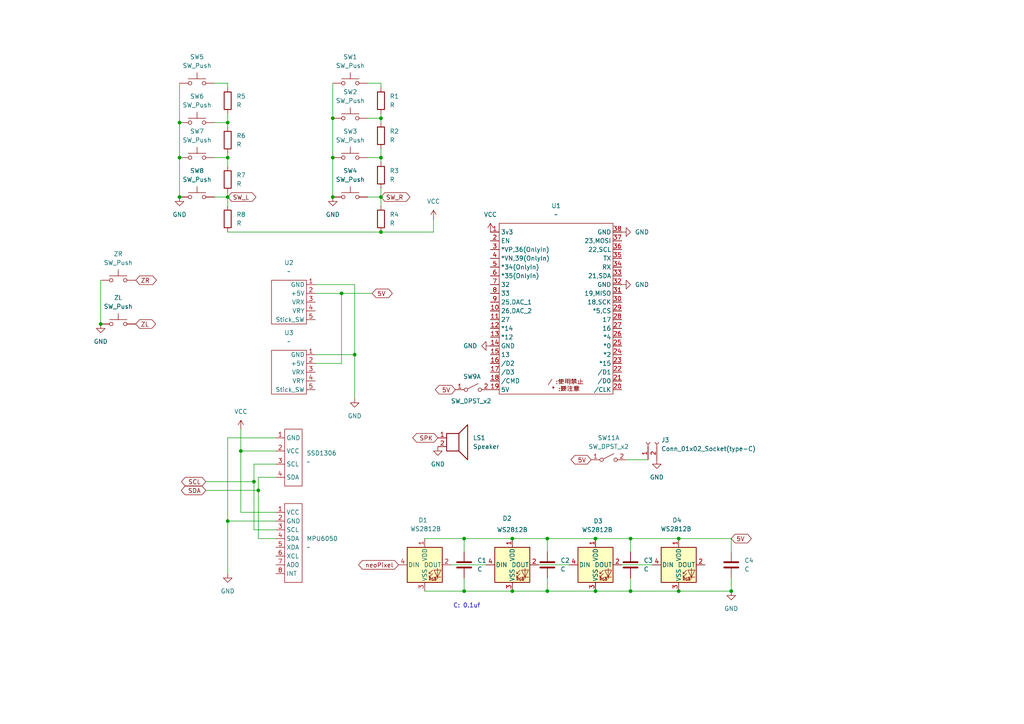
<source format=kicad_sch>
(kicad_sch (version 20250114) (generator "eeschema") (generator_version "9.0")
  (paper "A4")
  (lib_symbols
    (symbol "Connector:Conn_01x02_Socket" (pin_names (offset 1.016) (hide yes))
      (property "Reference" "J" (at 0 2.54 0))
      (property "Value" "Conn_01x02_Socket" (at 0 -5.08 0))
      (symbol "Conn_01x02_Socket_1_1"
        (polyline (pts (xy -1.27 0) (xy -0.508 0)) (stroke (width 0.1524)))
        (polyline (pts (xy -1.27 -2.54) (xy -0.508 -2.54)) (stroke (width 0.1524)))
        (arc (start 0 -0.508) (mid -0.5058 0) (end 0 0.508) (stroke (width 0.1524)))
        (arc (start 0 -3.048) (mid -0.5058 -2.54) (end 0 -2.032) (stroke (width 0.1524)))
        (pin passive line (at -5.08 0 0) (length 3.81) (name "Pin_1") (number "1"))
        (pin passive line (at -5.08 -2.54 0) (length 3.81) (name "Pin_2") (number "2"))
      )
    )
    (symbol "Device:C" (pin_numbers (hide yes)) (pin_names (offset 0.254))
      (property "Reference" "C" (at 0.635 2.54 0))
      (property "Value" "C" (at 0.635 -2.54 0))
      (symbol "C_0_1"
        (polyline (pts (xy -2.032 0.762) (xy 2.032 0.762)) (stroke (width 0.508)))
        (polyline (pts (xy -2.032 -0.762) (xy 2.032 -0.762)) (stroke (width 0.508)))
      )
      (symbol "C_1_1"
        (pin passive line (at 0 3.81 270) (length 2.794) (name "~") (number "1"))
        (pin passive line (at 0 -3.81 90) (length 2.794) (name "~") (number "2"))
      )
    )
    (symbol "Device:R" (pin_numbers (hide yes)) (pin_names (offset 0))
      (property "Reference" "R" (at 2.032 0 90))
      (property "Value" "R" (at 0 0 90))
      (symbol "R_0_1"
        (rectangle (start -1.016 -2.54) (end 1.016 2.54) (stroke (width 0.254)))
      )
      (symbol "R_1_1"
        (pin passive line (at 0 3.81 270) (length 1.27) (name "~") (number "1"))
        (pin passive line (at 0 -3.81 90) (length 1.27) (name "~") (number "2"))
      )
    )
    (symbol "Device:Speaker" (pin_names (offset 0) (hide yes))
      (property "Reference" "LS" (at 1.27 5.715 0))
      (property "Value" "Speaker" (at 1.27 3.81 0))
      (symbol "Speaker_0_0"
        (rectangle (start -2.54 1.27) (end 1.016 -3.81) (stroke (width 0.254)))
        (polyline (pts (xy 1.016 1.27) (xy 3.556 3.81) (xy 3.556 -6.35) (xy 1.016 -3.81)) (stroke (width 0.254)))
      )
      (symbol "Speaker_1_1"
        (pin input line (at -5.08 0 0) (length 2.54) (name "1") (number "1"))
        (pin input line (at -5.08 -2.54 0) (length 2.54) (name "2") (number "2"))
      )
    )
    (symbol "ESP32_devModule:ESP32"
      (property "Reference" "U" (at 0 30.988 0))
      (symbol "ESP32_0_1"
        (rectangle (start -16.51 25.4) (end 16.51 -24.13))
      )
      (symbol "ESP32_1_1"
        (text "/ :使用禁止\n* :要注意" (at 2.794 -21.59 0) (effects (font (size 1.27 1.27))))
        (pin bidirectional line (at -19.05 22.86 0) (length 2.54) (name "3v3") (number "1"))
        (pin bidirectional line (at -19.05 20.32 0) (length 2.54) (name "EN") (number "2"))
        (pin bidirectional line (at -19.05 17.78 0) (length 2.54) (name "*VP,36(OnlyIn)") (number "3"))
        (pin bidirectional line (at -19.05 15.24 0) (length 2.54) (name "*VN,39(OnlyIn)") (number "4"))
        (pin bidirectional line (at -19.05 12.7 0) (length 2.54) (name "*34(OnlyIn)") (number "5"))
        (pin bidirectional line (at -19.05 10.16 0) (length 2.54) (name "*35(OnlyIn)") (number "6"))
        (pin bidirectional line (at -19.05 7.62 0) (length 2.54) (name "32") (number "7"))
        (pin bidirectional line (at -19.05 5.08 0) (length 2.54) (name "33") (number "8"))
        (pin bidirectional line (at -19.05 2.54 0) (length 2.54) (name "25,DAC_1") (number "9"))
        (pin bidirectional line (at -19.05 0 0) (length 2.54) (name "26,DAC_2") (number "10"))
        (pin bidirectional line (at -19.05 -2.54 0) (length 2.54) (name "27") (number "11"))
        (pin bidirectional line (at -19.05 -5.08 0) (length 2.54) (name "*14") (number "12"))
        (pin bidirectional line (at -19.05 -7.62 0) (length 2.54) (name "*12") (number "13"))
        (pin bidirectional line (at -19.05 -10.16 0) (length 2.54) (name "GND") (number "14"))
        (pin bidirectional line (at -19.05 -12.7 0) (length 2.54) (name "13") (number "15"))
        (pin bidirectional line (at -19.05 -15.24 0) (length 2.54) (name "/D2") (number "16"))
        (pin bidirectional line (at -19.05 -17.78 0) (length 2.54) (name "/D3") (number "17"))
        (pin bidirectional line (at -19.05 -20.32 0) (length 2.54) (name "/CMD") (number "18"))
        (pin bidirectional line (at -19.05 -22.86 0) (length 2.54) (name "5V") (number "19"))
        (pin bidirectional line (at 19.05 22.86 180) (length 2.54) (name "GND") (number "38"))
        (pin bidirectional line (at 19.05 20.32 180) (length 2.54) (name "23,MOSI") (number "37"))
        (pin bidirectional line (at 19.05 17.78 180) (length 2.54) (name "22,SCL") (number "36"))
        (pin bidirectional line (at 19.05 15.24 180) (length 2.54) (name "TX") (number "35"))
        (pin bidirectional line (at 19.05 12.7 180) (length 2.54) (name "RX") (number "34"))
        (pin bidirectional line (at 19.05 10.16 180) (length 2.54) (name "21,SDA") (number "33"))
        (pin bidirectional line (at 19.05 7.62 180) (length 2.54) (name "GND") (number "32"))
        (pin bidirectional line (at 19.05 5.08 180) (length 2.54) (name "19,MISO") (number "31"))
        (pin bidirectional line (at 19.05 2.54 180) (length 2.54) (name "18,SCK") (number "30"))
        (pin bidirectional line (at 19.05 0 180) (length 2.54) (name "*5,CS") (number "29"))
        (pin bidirectional line (at 19.05 -2.54 180) (length 2.54) (name "17") (number "28"))
        (pin bidirectional line (at 19.05 -5.08 180) (length 2.54) (name "16") (number "27"))
        (pin bidirectional line (at 19.05 -7.62 180) (length 2.54) (name "*4") (number "26"))
        (pin bidirectional line (at 19.05 -10.16 180) (length 2.54) (name "*0") (number "25"))
        (pin bidirectional line (at 19.05 -12.7 180) (length 2.54) (name "*2") (number "24"))
        (pin bidirectional line (at 19.05 -15.24 180) (length 2.54) (name "*15") (number "23"))
        (pin bidirectional line (at 19.05 -17.78 180) (length 2.54) (name "/D1") (number "22"))
        (pin bidirectional line (at 19.05 -20.32 180) (length 2.54) (name "/D0") (number "21"))
        (pin bidirectional line (at 19.05 -22.86 180) (length 2.54) (name "/CLK") (number "20"))
      )
    )
    (symbol "LED:WS2812B" (pin_names (offset 0.254))
      (property "Reference" "D" (at 5.08 5.715 0))
      (property "Value" "WS2812B" (at 1.27 -5.715 0))
      (symbol "WS2812B_0_0"
        (text "RGB" (at 2.286 -4.191 0) (effects (font (size 0.762 0.762))))
      )
      (symbol "WS2812B_0_1"
        (polyline (pts (xy 1.27 -2.54) (xy 1.778 -2.54)))
        (polyline (pts (xy 1.27 -3.556) (xy 1.778 -3.556)))
        (polyline (pts (xy 2.286 -1.524) (xy 1.27 -2.54) (xy 1.27 -2.032)))
        (polyline (pts (xy 2.286 -2.54) (xy 1.27 -3.556) (xy 1.27 -3.048)))
        (polyline (pts (xy 3.683 -1.016) (xy 3.683 -3.556) (xy 3.683 -4.064)))
        (polyline (pts (xy 4.699 -1.524) (xy 2.667 -1.524) (xy 3.683 -3.556) (xy 4.699 -1.524)))
        (polyline (pts (xy 4.699 -3.556) (xy 2.667 -3.556)))
        (rectangle (start 5.08 5.08) (end -5.08 -5.08) (stroke (width 0.254)) (fill (type background)))
      )
      (symbol "WS2812B_1_1"
        (pin input line (at -7.62 0 0) (length 2.54) (name "DIN") (number "4"))
        (pin power_in line (at 0 7.62 270) (length 2.54) (name "VDD") (number "1"))
        (pin power_in line (at 0 -7.62 90) (length 2.54) (name "VSS") (number "3"))
        (pin output line (at 7.62 0 180) (length 2.54) (name "DOUT") (number "2"))
      )
    )
    (symbol "MPU6050:MPU6050"
      (property "Reference" "U" (at 0 5.842 0))
      (symbol "MPU6050_0_1"
        (polyline (pts (xy -11.43 0) (xy 11.43 0) (xy 11.43 5.08) (xy -11.43 5.08) (xy -11.43 0)))
      )
      (symbol "MPU6050_1_1"
        (pin bidirectional line (at -8.89 -2.54 90) (length 2.54) (name "VCC") (number "1"))
        (pin bidirectional line (at -6.35 -2.54 90) (length 2.54) (name "GND") (number "2"))
        (pin bidirectional line (at -3.81 -2.54 90) (length 2.54) (name "SCL") (number "3"))
        (pin bidirectional line (at -1.27 -2.54 90) (length 2.54) (name "SDA") (number "4"))
        (pin bidirectional line (at 1.27 -2.54 90) (length 2.54) (name "XDA") (number "5"))
        (pin bidirectional line (at 3.81 -2.54 90) (length 2.54) (name "XCL") (number "6"))
        (pin bidirectional line (at 6.35 -2.54 90) (length 2.54) (name "AD0") (number "7"))
        (pin bidirectional line (at 8.89 -2.54 90) (length 2.54) (name "INT") (number "8"))
      )
    )
    (symbol "Stick:Stick"
      (property "Reference" "U" (at 0 2.54 0))
      (symbol "Stick_0_1"
        (polyline (pts (xy 0 -1.27) (xy 0 0) (xy -10.16 0) (xy -10.16 -12.7) (xy 0 -12.7) (xy 0 -1.27)))
      )
      (symbol "Stick_1_1"
        (pin bidirectional line (at 2.54 -1.27 180) (length 2.54) (name "GND") (number "1"))
        (pin bidirectional line (at 2.54 -3.81 180) (length 2.54) (name "+5V") (number "2"))
        (pin bidirectional line (at 2.54 -6.35 180) (length 2.54) (name "VRX") (number "3"))
        (pin bidirectional line (at 2.54 -8.89 180) (length 2.54) (name "VRY") (number "4"))
        (pin bidirectional line (at 2.54 -11.43 180) (length 2.54) (name "Stick_SW") (number "5"))
      )
    )
    (symbol "Switch:SW_DPST_x2" (pin_names (offset 0) (hide yes))
      (property "Reference" "SW" (at 0 3.175 0))
      (property "Value" "SW_DPST_x2" (at 0 -2.54 0))
      (symbol "SW_DPST_x2_0_0"
        (circle (center -2.032 0) (radius 0.508))
        (polyline (pts (xy -1.524 0.254) (xy 1.524 1.778)))
        (circle (center 2.032 0) (radius 0.508))
      )
      (symbol "SW_DPST_x2_1_1"
        (pin passive line (at -5.08 0 0) (length 2.54) (name "A") (number "1"))
        (pin passive line (at 5.08 0 180) (length 2.54) (name "B") (number "2"))
      )
      (symbol "SW_DPST_x2_2_1"
        (pin passive line (at -5.08 0 0) (length 2.54) (name "A") (number "3"))
        (pin passive line (at 5.08 0 180) (length 2.54) (name "B") (number "4"))
      )
    )
    (symbol "Switch:SW_Push" (pin_numbers (hide yes)) (pin_names (offset 1.016) (hide yes))
      (property "Reference" "SW" (at 1.27 2.54 0))
      (property "Value" "SW_Push" (at 0 -1.524 0))
      (symbol "SW_Push_0_1"
        (circle (center -2.032 0) (radius 0.508))
        (polyline (pts (xy 0 1.27) (xy 0 3.048)))
        (circle (center 2.032 0) (radius 0.508))
        (polyline (pts (xy 2.54 1.27) (xy -2.54 1.27)))
        (pin passive line (at -5.08 0 0) (length 2.54) (name "1") (number "1"))
        (pin passive line (at 5.08 0 180) (length 2.54) (name "2") (number "2"))
      )
    )
    (symbol "displays:ssd1306"
      (property "Reference" "U" (at -0.254 3.048 0))
      (symbol "ssd1306_0_1"
        (polyline (pts (xy -6.35 -3.81) (xy 8.89 -3.81) (xy 8.89 1.27) (xy -6.35 1.27) (xy -7.62 1.27) (xy -7.62 -3.81) (xy -6.35 -3.81)))
      )
      (symbol "ssd1306_1_1"
        (pin bidirectional line (at -5.08 -6.35 90) (length 2.54) (name "GND") (number "1"))
        (pin bidirectional line (at -1.27 -6.35 90) (length 2.54) (name "VCC") (number "2"))
        (pin bidirectional line (at 2.54 -6.35 90) (length 2.54) (name "SCL") (number "3"))
        (pin bidirectional line (at 6.35 -6.35 90) (length 2.54) (name "SDA") (number "４"))
      )
    )
    (symbol "power:GND" (power) (pin_numbers (hide yes)) (pin_names (offset 0) (hide yes))
      (property "Value" "GND" (at 0 -3.81 0))
      (symbol "GND_0_1"
        (polyline (pts (xy 0 0) (xy 0 -1.27) (xy 1.27 -1.27) (xy 0 -2.54) (xy -1.27 -1.27) (xy 0 -1.27)))
      )
      (symbol "GND_1_1"
        (pin power_in line (at 0 0 270) (length 0) (name "~") (number "1"))
      )
    )
    (symbol "power:VCC" (power) (pin_numbers (hide yes)) (pin_names (offset 0) (hide yes))
      (property "Value" "VCC" (at 0 3.556 0))
      (symbol "VCC_0_1"
        (polyline (pts (xy -0.762 1.27) (xy 0 2.54)))
        (polyline (pts (xy 0 2.54) (xy 0.762 1.27)))
        (polyline (pts (xy 0 0) (xy 0 2.54)))
      )
      (symbol "VCC_1_1"
        (pin power_in line (at 0 0 90) (length 0) (name "~") (number "1"))
      )
    )
  )
  (text "C: 0.1uf\n" (at 135.382 175.768 0) (effects (font (size 1.27 1.27))))
  (junction (at 172.72 171.45))
  (junction (at 73.66 139.7))
  (junction (at 52.07 45.72))
  (junction (at 148.59 171.45))
  (junction (at 110.49 67.31))
  (junction (at 52.07 57.15))
  (junction (at 102.87 102.87))
  (junction (at 212.09 171.45))
  (junction (at 110.49 45.72))
  (junction (at 66.04 45.72))
  (junction (at 148.59 156.21))
  (junction (at 74.93 142.24))
  (junction (at 196.85 171.45))
  (junction (at 66.04 35.56))
  (junction (at 52.07 35.56))
  (junction (at 66.04 57.15))
  (junction (at 158.75 171.45))
  (junction (at 110.49 34.29))
  (junction (at 96.52 34.29))
  (junction (at 134.62 171.45))
  (junction (at 182.88 171.45))
  (junction (at 172.72 156.21))
  (junction (at 134.62 156.21))
  (junction (at 110.49 57.15))
  (junction (at 29.21 93.98))
  (junction (at 99.06 85.09))
  (junction (at 96.52 45.72))
  (junction (at 182.88 156.21))
  (junction (at 196.85 156.21))
  (junction (at 66.04 151.13))
  (junction (at 96.52 57.15))
  (junction (at 158.75 156.21))
  (junction (at 69.85 130.81))
  (wire (pts (xy 66.04 57.15) (xy 66.04 59.69)))
  (wire (pts (xy 182.88 156.21) (xy 182.88 160.02)))
  (wire (pts (xy 110.49 57.15) (xy 110.49 54.61)))
  (wire (pts (xy 102.87 82.55) (xy 102.87 102.87)))
  (wire (pts (xy 134.62 156.21) (xy 134.62 160.02)))
  (wire (pts (xy 66.04 55.88) (xy 66.04 57.15)))
  (wire (pts (xy 91.44 82.55) (xy 102.87 82.55)))
  (wire (pts (xy 74.93 138.43) (xy 80.01 138.43)))
  (wire (pts (xy 125.73 63.5) (xy 125.73 67.31)))
  (wire (pts (xy 181.61 133.35) (xy 187.96 133.35)))
  (wire (pts (xy 91.44 85.09) (xy 99.06 85.09)))
  (wire (pts (xy 66.04 33.02) (xy 66.04 35.56)))
  (wire (pts (xy 148.59 171.45) (xy 158.75 171.45)))
  (wire (pts (xy 62.23 24.13) (xy 66.04 24.13)))
  (wire (pts (xy 123.19 171.45) (xy 134.62 171.45)))
  (wire (pts (xy 80.01 130.81) (xy 69.85 130.81)))
  (wire (pts (xy 96.52 45.72) (xy 96.52 57.15)))
  (wire (pts (xy 59.69 142.24) (xy 74.93 142.24)))
  (wire (pts (xy 156.21 163.83) (xy 165.1 163.83)))
  (wire (pts (xy 66.04 24.13) (xy 66.04 25.4)))
  (wire (pts (xy 74.93 156.21) (xy 74.93 142.24)))
  (wire (pts (xy 134.62 171.45) (xy 148.59 171.45)))
  (wire (pts (xy 182.88 167.64) (xy 182.88 171.45)))
  (wire (pts (xy 52.07 24.13) (xy 52.07 35.56)))
  (wire (pts (xy 62.23 45.72) (xy 66.04 45.72)))
  (wire (pts (xy 52.07 45.72) (xy 52.07 57.15)))
  (wire (pts (xy 110.49 67.31) (xy 125.73 67.31)))
  (wire (pts (xy 96.52 34.29) (xy 96.52 45.72)))
  (wire (pts (xy 158.75 156.21) (xy 158.75 160.02)))
  (wire (pts (xy 73.66 134.62) (xy 73.66 139.7)))
  (wire (pts (xy 158.75 167.64) (xy 158.75 171.45)))
  (wire (pts (xy 52.07 35.56) (xy 52.07 45.72)))
  (wire (pts (xy 62.23 57.15) (xy 66.04 57.15)))
  (wire (pts (xy 212.09 171.45) (xy 196.85 171.45)))
  (wire (pts (xy 99.06 85.09) (xy 107.95 85.09)))
  (wire (pts (xy 66.04 45.72) (xy 66.04 48.26)))
  (wire (pts (xy 134.62 167.64) (xy 134.62 171.45)))
  (wire (pts (xy 182.88 156.21) (xy 196.85 156.21)))
  (wire (pts (xy 106.68 24.13) (xy 110.49 24.13)))
  (wire (pts (xy 73.66 139.7) (xy 73.66 153.67)))
  (wire (pts (xy 80.01 127) (xy 66.04 127)))
  (wire (pts (xy 66.04 151.13) (xy 80.01 151.13)))
  (wire (pts (xy 66.04 35.56) (xy 66.04 36.83)))
  (wire (pts (xy 180.34 163.83) (xy 189.23 163.83)))
  (wire (pts (xy 69.85 130.81) (xy 69.85 124.46)))
  (wire (pts (xy 106.68 34.29) (xy 110.49 34.29)))
  (wire (pts (xy 182.88 171.45) (xy 196.85 171.45)))
  (wire (pts (xy 106.68 45.72) (xy 110.49 45.72)))
  (wire (pts (xy 134.62 156.21) (xy 148.59 156.21)))
  (wire (pts (xy 158.75 171.45) (xy 172.72 171.45)))
  (wire (pts (xy 80.01 156.21) (xy 74.93 156.21)))
  (wire (pts (xy 91.44 102.87) (xy 102.87 102.87)))
  (wire (pts (xy 123.19 156.21) (xy 134.62 156.21)))
  (wire (pts (xy 80.01 134.62) (xy 73.66 134.62)))
  (wire (pts (xy 110.49 57.15) (xy 110.49 59.69)))
  (wire (pts (xy 66.04 166.37) (xy 66.04 151.13)))
  (wire (pts (xy 73.66 153.67) (xy 80.01 153.67)))
  (wire (pts (xy 106.68 57.15) (xy 110.49 57.15)))
  (wire (pts (xy 212.09 167.64) (xy 212.09 171.45)))
  (wire (pts (xy 96.52 24.13) (xy 96.52 34.29)))
  (wire (pts (xy 110.49 24.13) (xy 110.49 25.4)))
  (wire (pts (xy 59.69 139.7) (xy 73.66 139.7)))
  (wire (pts (xy 66.04 67.31) (xy 110.49 67.31)))
  (wire (pts (xy 110.49 34.29) (xy 110.49 35.56)))
  (wire (pts (xy 110.49 45.72) (xy 110.49 46.99)))
  (wire (pts (xy 102.87 102.87) (xy 102.87 115.57)))
  (wire (pts (xy 110.49 43.18) (xy 110.49 45.72)))
  (wire (pts (xy 110.49 33.02) (xy 110.49 34.29)))
  (wire (pts (xy 66.04 44.45) (xy 66.04 45.72)))
  (wire (pts (xy 212.09 160.02) (xy 212.09 156.21)))
  (wire (pts (xy 130.81 163.83) (xy 140.97 163.83)))
  (wire (pts (xy 158.75 156.21) (xy 172.72 156.21)))
  (wire (pts (xy 212.09 156.21) (xy 196.85 156.21)))
  (wire (pts (xy 74.93 142.24) (xy 74.93 138.43)))
  (wire (pts (xy 148.59 156.21) (xy 158.75 156.21)))
  (wire (pts (xy 62.23 35.56) (xy 66.04 35.56)))
  (wire (pts (xy 29.21 81.28) (xy 29.21 93.98)))
  (wire (pts (xy 99.06 85.09) (xy 99.06 105.41)))
  (wire (pts (xy 66.04 127) (xy 66.04 151.13)))
  (wire (pts (xy 172.72 171.45) (xy 182.88 171.45)))
  (wire (pts (xy 99.06 105.41) (xy 91.44 105.41)))
  (wire (pts (xy 69.85 148.59) (xy 80.01 148.59)))
  (wire (pts (xy 172.72 156.21) (xy 182.88 156.21)))
  (wire (pts (xy 69.85 130.81) (xy 69.85 148.59)))
  (global_label "SW_R" (shape bidirectional) (at 110.49 57.15 0) (property "Intersheetrefs" "${INTERSHEET_REFS}" (effects (hide yes))))
  (global_label "SDA" (shape bidirectional) (at 59.69 142.24 180) (property "Intersheetrefs" "${INTERSHEET_REFS}" (effects (hide yes))))
  (global_label "SCL" (shape bidirectional) (at 59.69 139.7 180) (property "Intersheetrefs" "${INTERSHEET_REFS}" (effects (hide yes))))
  (global_label "5V" (shape bidirectional) (at 212.09 156.21 0) (property "Intersheetrefs" "${INTERSHEET_REFS}" (effects (hide yes))))
  (global_label "neoPixel" (shape bidirectional) (at 115.57 163.83 180) (property "Intersheetrefs" "${INTERSHEET_REFS}" (effects (hide yes))))
  (global_label "ZL" (shape bidirectional) (at 39.37 93.98 0) (property "Intersheetrefs" "${INTERSHEET_REFS}" (effects (hide yes))))
  (global_label "ZR" (shape bidirectional) (at 39.37 81.28 0) (property "Intersheetrefs" "${INTERSHEET_REFS}" (effects (hide yes))))
  (global_label "SW_L" (shape bidirectional) (at 66.04 57.15 0) (property "Intersheetrefs" "${INTERSHEET_REFS}" (effects (hide yes))))
  (global_label "5V" (shape bidirectional) (at 107.95 85.09 0) (property "Intersheetrefs" "${INTERSHEET_REFS}" (effects (hide yes))))
  (global_label "5V" (shape bidirectional) (at 171.45 133.35 180) (property "Intersheetrefs" "${INTERSHEET_REFS}" (effects (hide yes))))
  (global_label "5V" (shape bidirectional) (at 132.08 113.03 180) (property "Intersheetrefs" "${INTERSHEET_REFS}" (effects (hide yes))))
  (global_label "SPK" (shape bidirectional) (at 127 127 180) (property "Intersheetrefs" "${INTERSHEET_REFS}" (effects (hide yes))))
  (symbol (lib_id "Switch:SW_DPST_x2") (at 137.16 113.03 0) (unit 1)
    (property "Reference" "SW9" (at 136.906 109.22 0))
    (property "Value" "SW_DPST_x2" (at 136.652 116.332 0))
    (property "Description" "Single Pole Single Throw (SPST) switch, separate symbol" (effects (hide yes)))
  )
  (symbol (lib_id "power:GND") (at 190.5 133.35 0) (unit 1)
    (property "Reference" "#PWR08" (effects (hide yes)))
    (property "Value" "GND" (at 190.5 138.43 0))
    (property "Description" "Power symbol creates a global label with name \"GND\" , ground" (effects (hide yes)))
  )
  (symbol (lib_id "power:VCC") (at 142.24 67.31 0) (unit 1)
    (property "Reference" "#PWR011" (effects (hide yes)))
    (property "Value" "VCC" (at 142.24 62.23 0))
    (property "Description" "Power symbol creates a global label with name \"VCC\"" (effects (hide yes)))
  )
  (symbol (lib_id "Device:R") (at 110.49 39.37 180) (unit 1)
    (property "Reference" "R2" (at 113.03 38.0999 0) (effects (justify right)))
    (property "Value" "R" (at 113.03 40.6399 0) (effects (justify right)))
    (property "Description" "Resistor" (effects (hide yes)))
  )
  (symbol (lib_id "Device:R") (at 66.04 52.07 0) (unit 1)
    (property "Reference" "R7" (at 68.58 50.7999 0) (effects (justify left)))
    (property "Value" "R" (at 68.58 53.3399 0) (effects (justify left)))
    (property "Description" "Resistor" (effects (hide yes)))
  )
  (symbol (lib_id "Switch:SW_Push") (at 101.6 57.15 0) (unit 1)
    (property "Reference" "SW4" (at 101.6 49.53 0))
    (property "Value" "SW_Push" (at 101.6 52.07 0))
    (property "Description" "Push button switch, generic, two pins" (effects (hide yes)))
  )
  (symbol (lib_id "LED:WS2812B") (at 172.72 163.83 0) (unit 1)
    (property "Reference" "D3" (at 173.482 151.13 0))
    (property "Value" "WS2812B" (at 173.228 153.67 0))
    (property "Footprint" "LED_SMD:LED_WS2812B_PLCC4_5.0x5.0mm_P3.2mm" (effects (hide yes)))
    (property "Datasheet" "https://cdn-shop.adafruit.com/datasheets/WS2812B.pdf" (effects (hide yes)))
    (property "Description" "RGB LED with integrated controller" (effects (hide yes)))
  )
  (symbol (lib_id "LED:WS2812B") (at 196.85 163.83 0) (unit 1)
    (property "Reference" "D4" (at 196.342 150.876 0))
    (property "Value" "WS2812B" (at 196.088 153.416 0))
    (property "Footprint" "LED_SMD:LED_WS2812B_PLCC4_5.0x5.0mm_P3.2mm" (effects (hide yes)))
    (property "Datasheet" "https://cdn-shop.adafruit.com/datasheets/WS2812B.pdf" (effects (hide yes)))
    (property "Description" "RGB LED with integrated controller" (effects (hide yes)))
  )
  (symbol (lib_id "Device:C") (at 182.88 163.83 0) (unit 1)
    (property "Reference" "C3" (at 186.69 162.5599 0) (effects (justify left)))
    (property "Value" "C" (at 186.69 165.0999 0) (effects (justify left)))
    (property "Description" "Unpolarized capacitor" (effects (hide yes)))
  )
  (symbol (lib_id "LED:WS2812B") (at 148.59 163.83 0) (unit 1)
    (property "Reference" "D2" (at 147.066 150.368 0))
    (property "Value" "WS2812B" (at 148.59 153.67 0))
    (property "Footprint" "LED_SMD:LED_WS2812B_PLCC4_5.0x5.0mm_P3.2mm" (effects (hide yes)))
    (property "Datasheet" "https://cdn-shop.adafruit.com/datasheets/WS2812B.pdf" (effects (hide yes)))
    (property "Description" "RGB LED with integrated controller" (effects (hide yes)))
  )
  (symbol (lib_id "Device:Speaker") (at 132.08 127 0) (unit 1)
    (property "Reference" "LS1" (at 137.16 126.9999 0) (effects (justify left)))
    (property "Value" "Speaker" (at 137.16 129.5399 0) (effects (justify left)))
    (property "Description" "Speaker" (effects (hide yes)))
  )
  (symbol (lib_id "Switch:SW_Push") (at 34.29 93.98 0) (unit 1)
    (property "Reference" "ZL" (at 34.29 86.36 0))
    (property "Value" "SW_Push" (at 34.29 88.9 0))
    (property "Description" "Push button switch, generic, two pins" (effects (hide yes)))
  )
  (symbol (lib_id "MPU6050:MPU6050") (at 82.55 157.48 270) (unit 1)
    (property "Reference" "MPU6050" (at 88.9 156.2099 90) (effects (justify left)))
    (property "Value" "~" (at 88.9 158.7499 90) (effects (justify left)))
  )
  (symbol (lib_id "power:GND") (at 96.52 57.15 0) (unit 1)
    (property "Reference" "#PWR01" (effects (hide yes)))
    (property "Value" "GND" (at 96.52 62.23 0))
    (property "Description" "Power symbol creates a global label with name \"GND\" , ground" (effects (hide yes)))
  )
  (symbol (lib_id "power:VCC") (at 69.85 124.46 0) (unit 1)
    (property "Reference" "#PWR04" (effects (hide yes)))
    (property "Value" "VCC" (at 69.85 119.38 0))
    (property "Description" "Power symbol creates a global label with name \"VCC\"" (effects (hide yes)))
  )
  (symbol (lib_id "power:GND") (at 66.04 166.37 0) (unit 1)
    (property "Reference" "#PWR05" (effects (hide yes)))
    (property "Value" "GND" (at 66.04 171.45 0))
    (property "Description" "Power symbol creates a global label with name \"GND\" , ground" (effects (hide yes)))
  )
  (symbol (lib_id "Switch:SW_Push") (at 101.6 45.72 0) (unit 1)
    (property "Reference" "SW3" (at 101.6 38.1 0))
    (property "Value" "SW_Push" (at 101.6 40.64 0))
    (property "Description" "Push button switch, generic, two pins" (effects (hide yes)))
  )
  (symbol (lib_id "Switch:SW_DPST_x2") (at 176.53 133.35 0) (unit 1)
    (property "Reference" "SW11" (at 176.53 127 0))
    (property "Value" "SW_DPST_x2" (at 176.53 129.54 0))
    (property "Description" "Single Pole Single Throw (SPST) switch, separate symbol" (effects (hide yes)))
  )
  (symbol (lib_id "power:GND") (at 52.07 57.15 0) (unit 1)
    (property "Reference" "#PWR02" (effects (hide yes)))
    (property "Value" "GND" (at 52.07 62.23 0))
    (property "Description" "Power symbol creates a global label with name \"GND\" , ground" (effects (hide yes)))
  )
  (symbol (lib_id "Stick:Stick") (at 88.9 101.6 0) (unit 1)
    (property "Reference" "U3" (at 83.82 96.52 0))
    (property "Value" "~" (at 83.82 99.06 0))
  )
  (symbol (lib_id "power:GND") (at 212.09 171.45 0) (unit 1)
    (property "Reference" "#PWR06" (effects (hide yes)))
    (property "Value" "GND" (at 212.09 176.53 0))
    (property "Description" "Power symbol creates a global label with name \"GND\" , ground" (effects (hide yes)))
  )
  (symbol (lib_id "LED:WS2812B") (at 123.19 163.83 0) (unit 1)
    (property "Reference" "D1" (at 122.682 150.876 0))
    (property "Value" "WS2812B" (at 123.444 153.416 0))
    (property "Footprint" "LED_SMD:LED_WS2812B_PLCC4_5.0x5.0mm_P3.2mm" (effects (hide yes)))
    (property "Datasheet" "https://cdn-shop.adafruit.com/datasheets/WS2812B.pdf" (effects (hide yes)))
    (property "Description" "RGB LED with integrated controller" (effects (hide yes)))
  )
  (symbol (lib_id "power:GND") (at 180.34 82.55 90) (unit 1)
    (property "Reference" "#PWR012" (effects (hide yes)))
    (property "Value" "GND" (at 184.15 82.5499 90) (effects (justify right)))
    (property "Description" "Power symbol creates a global label with name \"GND\" , ground" (effects (hide yes)))
  )
  (symbol (lib_id "Device:R") (at 66.04 40.64 0) (unit 1)
    (property "Reference" "R6" (at 68.58 39.3699 0) (effects (justify left)))
    (property "Value" "R" (at 68.58 41.9099 0) (effects (justify left)))
    (property "Description" "Resistor" (effects (hide yes)))
  )
  (symbol (lib_id "power:GND") (at 180.34 67.31 90) (unit 1)
    (property "Reference" "#PWR013" (effects (hide yes)))
    (property "Value" "GND" (at 184.15 67.3099 90) (effects (justify right)))
    (property "Description" "Power symbol creates a global label with name \"GND\" , ground" (effects (hide yes)))
  )
  (symbol (lib_id "Device:R") (at 110.49 29.21 180) (unit 1)
    (property "Reference" "R1" (at 113.03 27.9399 0) (effects (justify right)))
    (property "Value" "R" (at 113.03 30.4799 0) (effects (justify right)))
    (property "Description" "Resistor" (effects (hide yes)))
  )
  (symbol (lib_id "ESP32_devModule:ESP32") (at 161.29 90.17 0) (unit 1)
    (property "Reference" "U1" (at 161.29 59.69 0))
    (property "Value" "~" (at 161.29 62.23 0))
  )
  (symbol (lib_id "Switch:SW_Push") (at 57.15 57.15 0) (unit 1)
    (property "Reference" "SW8" (at 57.15 49.53 0))
    (property "Value" "SW_Push" (at 57.15 52.07 0))
    (property "Description" "Push button switch, generic, two pins" (effects (hide yes)))
  )
  (symbol (lib_id "Device:R") (at 66.04 63.5 0) (unit 1)
    (property "Reference" "R8" (at 68.58 62.2299 0) (effects (justify left)))
    (property "Value" "R" (at 68.58 64.7699 0) (effects (justify left)))
    (property "Description" "Resistor" (effects (hide yes)))
  )
  (symbol (lib_id "power:GND") (at 102.87 115.57 0) (unit 1)
    (property "Reference" "#PWR07" (effects (hide yes)))
    (property "Value" "GND" (at 102.87 120.65 0))
    (property "Description" "Power symbol creates a global label with name \"GND\" , ground" (effects (hide yes)))
  )
  (symbol (lib_id "Switch:SW_Push") (at 34.29 81.28 0) (unit 1)
    (property "Reference" "ZR" (at 34.29 73.66 0))
    (property "Value" "SW_Push" (at 34.29 76.2 0))
    (property "Description" "Push button switch, generic, two pins" (effects (hide yes)))
  )
  (symbol (lib_id "Switch:SW_Push") (at 101.6 34.29 0) (unit 1)
    (property "Reference" "SW2" (at 101.6 26.67 0))
    (property "Value" "SW_Push" (at 101.6 29.21 0))
    (property "Description" "Push button switch, generic, two pins" (effects (hide yes)))
  )
  (symbol (lib_id "power:GND") (at 142.24 100.33 270) (unit 1)
    (property "Reference" "#PWR014" (effects (hide yes)))
    (property "Value" "GND" (at 138.43 100.3299 90) (effects (justify right)))
    (property "Description" "Power symbol creates a global label with name \"GND\" , ground" (effects (hide yes)))
  )
  (symbol (lib_id "Switch:SW_Push") (at 57.15 24.13 0) (unit 1)
    (property "Reference" "SW5" (at 57.15 16.51 0))
    (property "Value" "SW_Push" (at 57.15 19.05 0))
    (property "Description" "Push button switch, generic, two pins" (effects (hide yes)))
  )
  (symbol (lib_id "Device:R") (at 110.49 50.8 180) (unit 1)
    (property "Reference" "R3" (at 113.03 49.5299 0) (effects (justify right)))
    (property "Value" "R" (at 113.03 52.0699 0) (effects (justify right)))
    (property "Description" "Resistor" (effects (hide yes)))
  )
  (symbol (lib_id "Switch:SW_Push") (at 57.15 45.72 0) (unit 1)
    (property "Reference" "SW7" (at 57.15 38.1 0))
    (property "Value" "SW_Push" (at 57.15 40.64 0))
    (property "Description" "Push button switch, generic, two pins" (effects (hide yes)))
  )
  (symbol (lib_id "Switch:SW_Push") (at 57.15 35.56 0) (unit 1)
    (property "Reference" "SW6" (at 57.15 27.94 0))
    (property "Value" "SW_Push" (at 57.15 30.48 0))
    (property "Description" "Push button switch, generic, two pins" (effects (hide yes)))
  )
  (symbol (lib_id "Device:C") (at 134.62 163.83 0) (unit 1)
    (property "Reference" "C1" (at 138.43 162.5599 0) (effects (justify left)))
    (property "Value" "C" (at 138.43 165.0999 0) (effects (justify left)))
    (property "Description" "Unpolarized capacitor" (effects (hide yes)))
  )
  (symbol (lib_id "Switch:SW_Push") (at 101.6 24.13 0) (unit 1)
    (property "Reference" "SW1" (at 101.6 16.51 0))
    (property "Value" "SW_Push" (at 101.6 19.05 0))
    (property "Description" "Push button switch, generic, two pins" (effects (hide yes)))
  )
  (symbol (lib_id "Device:C") (at 158.75 163.83 0) (unit 1)
    (property "Reference" "C2" (at 162.56 162.5599 0) (effects (justify left)))
    (property "Value" "C" (at 162.56 165.0999 0) (effects (justify left)))
    (property "Description" "Unpolarized capacitor" (effects (hide yes)))
  )
  (symbol (lib_id "power:GND") (at 29.21 93.98 0) (unit 1)
    (property "Reference" "#PWR03" (effects (hide yes)))
    (property "Value" "GND" (at 29.21 99.06 0))
    (property "Description" "Power symbol creates a global label with name \"GND\" , ground" (effects (hide yes)))
  )
  (symbol (lib_id "Stick:Stick") (at 88.9 81.28 0) (unit 1)
    (property "Reference" "U2" (at 83.82 76.2 0))
    (property "Value" "~" (at 83.82 78.74 0))
  )
  (symbol (lib_id "displays:ssd1306") (at 86.36 132.08 270) (unit 1)
    (property "Reference" "SSD1306" (at 88.9 131.4449 90) (effects (justify left)))
    (property "Value" "~" (at 88.9 133.9849 90) (effects (justify left)))
  )
  (symbol (lib_id "power:GND") (at 127 129.54 0) (unit 1)
    (property "Reference" "#PWR09" (effects (hide yes)))
    (property "Value" "GND" (at 127 134.62 0))
    (property "Description" "Power symbol creates a global label with name \"GND\" , ground" (effects (hide yes)))
  )
  (symbol (lib_id "Device:R") (at 66.04 29.21 0) (unit 1)
    (property "Reference" "R5" (at 68.58 27.9399 0) (effects (justify left)))
    (property "Value" "R" (at 68.58 30.4799 0) (effects (justify left)))
    (property "Description" "Resistor" (effects (hide yes)))
  )
  (symbol (lib_id "Device:R") (at 110.49 63.5 180) (unit 1)
    (property "Reference" "R4" (at 113.03 62.2299 0) (effects (justify right)))
    (property "Value" "R" (at 113.03 64.7699 0) (effects (justify right)))
    (property "Description" "Resistor" (effects (hide yes)))
  )
  (symbol (lib_id "power:VCC") (at 125.73 63.5 0) (unit 1)
    (property "Reference" "#PWR010" (effects (hide yes)))
    (property "Value" "VCC" (at 125.73 58.42 0))
    (property "Description" "Power symbol creates a global label with name \"VCC\"" (effects (hide yes)))
  )
  (symbol (lib_id "Connector:Conn_01x02_Socket") (at 187.96 128.27 90) (unit 1)
    (property "Reference" "J3" (at 191.77 127.6349 90) (effects (justify right)))
    (property "Value" "Conn_01x02_Socket(type-C)" (at 191.77 130.1749 90) (effects (justify right)))
    (property "Description" "Generic connector, single row, 01x02, script generated" (effects (hide yes)))
  )
  (symbol (lib_id "Device:C") (at 212.09 163.83 0) (unit 1)
    (property "Reference" "C4" (at 215.9 162.5599 0) (effects (justify left)))
    (property "Value" "C" (at 215.9 165.0999 0) (effects (justify left)))
    (property "Description" "Unpolarized capacitor" (effects (hide yes)))
  )
)
</source>
